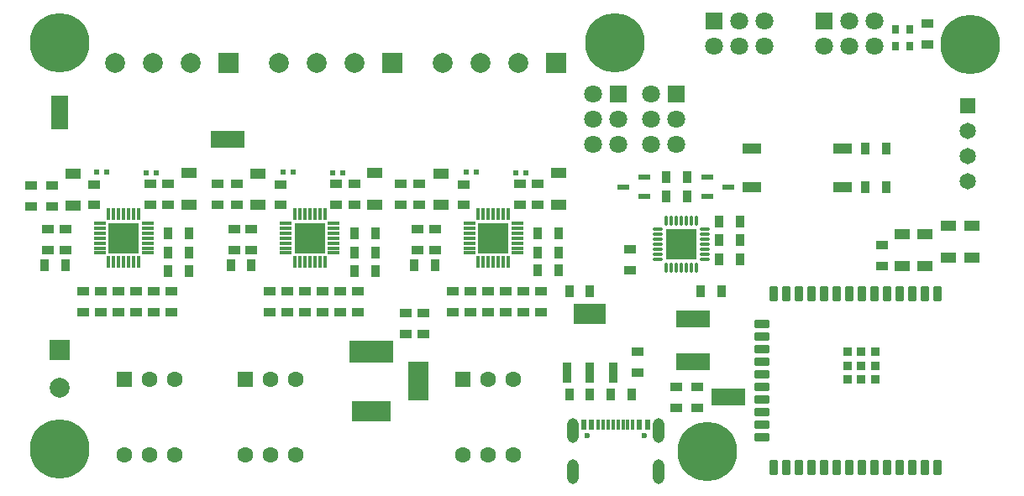
<source format=gbr>
%TF.GenerationSoftware,Altium Limited,Altium Designer,22.11.1 (43)*%
G04 Layer_Color=255*
%FSLAX26Y26*%
%MOIN*%
%TF.SameCoordinates,2A7337FD-AF25-45B1-AC32-E314E96981BF*%
%TF.FilePolarity,Positive*%
%TF.FileFunction,Pads,Top*%
%TF.Part,Single*%
G01*
G75*
%TA.AperFunction,SMDPad,CuDef*%
%ADD10R,0.023622X0.044882*%
%ADD11R,0.011811X0.044882*%
G04:AMPARAMS|DCode=12|XSize=48.425mil|YSize=23.228mil|CornerRadius=5.807mil|HoleSize=0mil|Usage=FLASHONLY|Rotation=180.000|XOffset=0mil|YOffset=0mil|HoleType=Round|Shape=RoundedRectangle|*
%AMROUNDEDRECTD12*
21,1,0.048425,0.011614,0,0,180.0*
21,1,0.036811,0.023228,0,0,180.0*
1,1,0.011614,-0.018406,0.005807*
1,1,0.011614,0.018406,0.005807*
1,1,0.011614,0.018406,-0.005807*
1,1,0.011614,-0.018406,-0.005807*
%
%ADD12ROUNDEDRECTD12*%
%ADD13R,0.035433X0.084646*%
%ADD14R,0.125984X0.084646*%
%ADD15R,0.074803X0.039370*%
G04:AMPARAMS|DCode=16|XSize=35.433mil|YSize=35.433mil|CornerRadius=4.429mil|HoleSize=0mil|Usage=FLASHONLY|Rotation=270.000|XOffset=0mil|YOffset=0mil|HoleType=Round|Shape=RoundedRectangle|*
%AMROUNDEDRECTD16*
21,1,0.035433,0.026575,0,0,270.0*
21,1,0.026575,0.035433,0,0,270.0*
1,1,0.008858,-0.013287,-0.013287*
1,1,0.008858,-0.013287,0.013287*
1,1,0.008858,0.013287,0.013287*
1,1,0.008858,0.013287,-0.013287*
%
%ADD16ROUNDEDRECTD16*%
%TA.AperFunction,ConnectorPad*%
G04:AMPARAMS|DCode=17|XSize=59.055mil|YSize=35.433mil|CornerRadius=4.429mil|HoleSize=0mil|Usage=FLASHONLY|Rotation=270.000|XOffset=0mil|YOffset=0mil|HoleType=Round|Shape=RoundedRectangle|*
%AMROUNDEDRECTD17*
21,1,0.059055,0.026575,0,0,270.0*
21,1,0.050197,0.035433,0,0,270.0*
1,1,0.008858,-0.013287,-0.025099*
1,1,0.008858,-0.013287,0.025099*
1,1,0.008858,0.013287,0.025099*
1,1,0.008858,0.013287,-0.025099*
%
%ADD17ROUNDEDRECTD17*%
G04:AMPARAMS|DCode=18|XSize=35.433mil|YSize=59.055mil|CornerRadius=4.429mil|HoleSize=0mil|Usage=FLASHONLY|Rotation=270.000|XOffset=0mil|YOffset=0mil|HoleType=Round|Shape=RoundedRectangle|*
%AMROUNDEDRECTD18*
21,1,0.035433,0.050197,0,0,270.0*
21,1,0.026575,0.059055,0,0,270.0*
1,1,0.008858,-0.025099,-0.013287*
1,1,0.008858,-0.025099,0.013287*
1,1,0.008858,0.025099,0.013287*
1,1,0.008858,0.025099,-0.013287*
%
%ADD18ROUNDEDRECTD18*%
%TA.AperFunction,SMDPad,CuDef*%
G04:AMPARAMS|DCode=19|XSize=10.236mil|YSize=38.189mil|CornerRadius=2.559mil|HoleSize=0mil|Usage=FLASHONLY|Rotation=0.000|XOffset=0mil|YOffset=0mil|HoleType=Round|Shape=RoundedRectangle|*
%AMROUNDEDRECTD19*
21,1,0.010236,0.033071,0,0,0.0*
21,1,0.005118,0.038189,0,0,0.0*
1,1,0.005118,0.002559,-0.016535*
1,1,0.005118,-0.002559,-0.016535*
1,1,0.005118,-0.002559,0.016535*
1,1,0.005118,0.002559,0.016535*
%
%ADD19ROUNDEDRECTD19*%
G04:AMPARAMS|DCode=20|XSize=10.236mil|YSize=38.189mil|CornerRadius=2.559mil|HoleSize=0mil|Usage=FLASHONLY|Rotation=90.000|XOffset=0mil|YOffset=0mil|HoleType=Round|Shape=RoundedRectangle|*
%AMROUNDEDRECTD20*
21,1,0.010236,0.033071,0,0,90.0*
21,1,0.005118,0.038189,0,0,90.0*
1,1,0.005118,0.016535,0.002559*
1,1,0.005118,0.016535,-0.002559*
1,1,0.005118,-0.016535,-0.002559*
1,1,0.005118,-0.016535,0.002559*
%
%ADD20ROUNDEDRECTD20*%
%ADD21R,0.124016X0.124016*%
%ADD22R,0.135000X0.070000*%
%ADD23R,0.124016X0.124016*%
%ADD24R,0.011811X0.045276*%
%ADD25R,0.045276X0.011811*%
%ADD26R,0.062992X0.039370*%
%ADD27R,0.051181X0.035433*%
%ADD28R,0.025591X0.035433*%
%ADD29R,0.019685X0.023622*%
%ADD30R,0.035433X0.051181*%
%ADD31R,0.070000X0.135000*%
%TA.AperFunction,ComponentPad*%
%ADD36R,0.078740X0.078740*%
%ADD37C,0.078740*%
%ADD38R,0.078740X0.078740*%
%ADD39O,0.047244X0.098425*%
%ADD40C,0.023622*%
%ADD41R,0.064961X0.064961*%
%ADD42C,0.064961*%
%ADD43C,0.236220*%
%ADD44C,0.070866*%
%ADD45R,0.070866X0.070866*%
%ADD46R,0.157480X0.078740*%
%ADD47R,0.173228X0.086614*%
%ADD48R,0.078740X0.157480*%
%ADD49C,0.062992*%
%ADD50R,0.062992X0.062992*%
%ADD51R,0.070866X0.070866*%
D10*
X2488984Y255504D02*
D03*
X2457488D02*
D03*
X2268512D02*
D03*
X2237016D02*
D03*
D11*
X2431898D02*
D03*
X2412213D02*
D03*
X2392528D02*
D03*
X2372843D02*
D03*
X2294102D02*
D03*
X2313787D02*
D03*
X2333472D02*
D03*
X2353157D02*
D03*
D12*
X2476540Y1162594D02*
D03*
Y1237398D02*
D03*
X2393075Y1199996D02*
D03*
X2727075Y1237398D02*
D03*
Y1162594D02*
D03*
X2810540Y1199996D02*
D03*
D13*
X2171552Y463843D02*
D03*
X2262103D02*
D03*
X2352654D02*
D03*
D14*
X2262103Y694158D02*
D03*
D15*
X3263268Y1200000D02*
D03*
X2905000D02*
D03*
X3263268Y1353543D02*
D03*
X2905000D02*
D03*
D16*
X3337882Y490119D02*
D03*
X3282764Y435000D02*
D03*
Y490119D02*
D03*
Y545237D02*
D03*
X3337882Y435000D02*
D03*
Y545237D02*
D03*
X3393001Y435000D02*
D03*
Y490119D02*
D03*
Y545237D02*
D03*
D17*
X3641819Y775552D02*
D03*
X3591819D02*
D03*
X3541819D02*
D03*
X3491819D02*
D03*
X3441819D02*
D03*
X3391819D02*
D03*
X3341819D02*
D03*
X3291819D02*
D03*
X3241819D02*
D03*
X3191819D02*
D03*
X3141819D02*
D03*
X3091819D02*
D03*
X3041819D02*
D03*
X2991819D02*
D03*
Y86575D02*
D03*
X3041819D02*
D03*
X3091819D02*
D03*
X3141819D02*
D03*
X3191819D02*
D03*
X3241819D02*
D03*
X3291819D02*
D03*
X3341819D02*
D03*
X3391819D02*
D03*
X3441819D02*
D03*
X3491819D02*
D03*
X3541819D02*
D03*
X3591819D02*
D03*
X3641819D02*
D03*
D18*
X2942607Y606063D02*
D03*
Y556063D02*
D03*
Y506063D02*
D03*
Y456063D02*
D03*
Y406063D02*
D03*
Y356063D02*
D03*
Y306063D02*
D03*
Y256063D02*
D03*
Y206064D02*
D03*
Y656063D02*
D03*
D19*
X2564312Y878465D02*
D03*
X2583997D02*
D03*
X2603682D02*
D03*
X2623367D02*
D03*
X2643052D02*
D03*
X2662737D02*
D03*
X2682422D02*
D03*
Y1065079D02*
D03*
X2662737D02*
D03*
X2643052D02*
D03*
X2623367D02*
D03*
X2603682D02*
D03*
X2583997D02*
D03*
X2564312D02*
D03*
D20*
X2716674Y912717D02*
D03*
Y932402D02*
D03*
Y952087D02*
D03*
Y971772D02*
D03*
Y991457D02*
D03*
Y1011142D02*
D03*
Y1030827D02*
D03*
X2530060D02*
D03*
Y1011142D02*
D03*
Y991457D02*
D03*
Y971772D02*
D03*
Y952087D02*
D03*
Y932402D02*
D03*
Y912717D02*
D03*
D21*
X2623367Y971772D02*
D03*
D22*
X823969Y1390000D02*
D03*
X2670000Y675000D02*
D03*
Y506063D02*
D03*
X2810000Y365030D02*
D03*
D23*
X1149995Y996660D02*
D03*
X411270D02*
D03*
X1877851D02*
D03*
D24*
X1209050Y1091149D02*
D03*
X1189365D02*
D03*
X1169680D02*
D03*
X1149995D02*
D03*
X1130310D02*
D03*
X1110625D02*
D03*
X1090940D02*
D03*
X1209050Y902172D02*
D03*
X1189365D02*
D03*
X1169680D02*
D03*
X1149995D02*
D03*
X1130310D02*
D03*
X1110625D02*
D03*
X1090940D02*
D03*
X470325Y1091149D02*
D03*
X450640D02*
D03*
X430955D02*
D03*
X411270D02*
D03*
X391585D02*
D03*
X371900D02*
D03*
X352215D02*
D03*
X470325Y902172D02*
D03*
X450640D02*
D03*
X430955D02*
D03*
X411270D02*
D03*
X391585D02*
D03*
X371900D02*
D03*
X352215D02*
D03*
X1936906Y1091149D02*
D03*
X1917221D02*
D03*
X1897536D02*
D03*
X1877851D02*
D03*
X1858166D02*
D03*
X1838481D02*
D03*
X1818796D02*
D03*
X1936906Y902172D02*
D03*
X1917221D02*
D03*
X1897536D02*
D03*
X1877851D02*
D03*
X1858166D02*
D03*
X1838481D02*
D03*
X1818796D02*
D03*
D25*
X1244483Y1055715D02*
D03*
Y1036030D02*
D03*
Y1016345D02*
D03*
Y996660D02*
D03*
Y976975D02*
D03*
Y957290D02*
D03*
Y937605D02*
D03*
X1055506Y1055715D02*
D03*
Y1036030D02*
D03*
Y1016345D02*
D03*
Y996660D02*
D03*
Y976975D02*
D03*
Y957290D02*
D03*
Y937605D02*
D03*
X505758Y1055715D02*
D03*
Y1036030D02*
D03*
Y1016345D02*
D03*
Y996660D02*
D03*
Y976975D02*
D03*
Y957290D02*
D03*
Y937605D02*
D03*
X316782Y1055715D02*
D03*
Y1036030D02*
D03*
Y1016345D02*
D03*
Y996660D02*
D03*
Y976975D02*
D03*
Y957290D02*
D03*
Y937605D02*
D03*
X1972339Y1055715D02*
D03*
Y1036030D02*
D03*
Y1016345D02*
D03*
Y996660D02*
D03*
Y976975D02*
D03*
Y957290D02*
D03*
Y937605D02*
D03*
X1783363Y1055715D02*
D03*
Y1036030D02*
D03*
Y1016345D02*
D03*
Y996660D02*
D03*
Y976975D02*
D03*
Y957290D02*
D03*
Y937605D02*
D03*
D26*
X3591819Y885000D02*
D03*
Y1010984D02*
D03*
X209900Y1127173D02*
D03*
Y1253157D02*
D03*
X669900Y1129660D02*
D03*
Y1255645D02*
D03*
X1669457Y1127629D02*
D03*
Y1253613D02*
D03*
X2136481Y1129660D02*
D03*
Y1255645D02*
D03*
X944426Y1127487D02*
D03*
Y1253471D02*
D03*
X1408625Y1129660D02*
D03*
Y1255645D02*
D03*
X3776999Y920000D02*
D03*
Y1045984D02*
D03*
X3685000Y920000D02*
D03*
Y1045984D02*
D03*
X3499819Y885000D02*
D03*
Y1010984D02*
D03*
D27*
X3600000Y1849678D02*
D03*
Y1767001D02*
D03*
X179900Y1032826D02*
D03*
Y950149D02*
D03*
X251270Y784744D02*
D03*
Y702067D02*
D03*
X587900Y1129660D02*
D03*
Y1212338D02*
D03*
X43001Y1123007D02*
D03*
Y1205684D02*
D03*
X126270Y1206503D02*
D03*
Y1123826D02*
D03*
X516270Y1212338D02*
D03*
Y1129660D02*
D03*
X295270Y1210164D02*
D03*
Y1127487D02*
D03*
X531325Y784744D02*
D03*
Y702067D02*
D03*
X600325Y784744D02*
D03*
Y702067D02*
D03*
X111270Y950149D02*
D03*
Y1032826D02*
D03*
X320585Y784744D02*
D03*
Y702067D02*
D03*
X391585Y784744D02*
D03*
Y702067D02*
D03*
X461955Y784744D02*
D03*
Y702067D02*
D03*
X1646481Y1032826D02*
D03*
Y950149D02*
D03*
X1717851Y784744D02*
D03*
Y702067D02*
D03*
X2054481Y1129660D02*
D03*
Y1212338D02*
D03*
X1509000Y1129660D02*
D03*
Y1212338D02*
D03*
X1584000D02*
D03*
Y1129660D02*
D03*
X1982851Y1212338D02*
D03*
Y1129660D02*
D03*
X1761851Y1210164D02*
D03*
Y1127487D02*
D03*
X1997906Y784744D02*
D03*
Y702067D02*
D03*
X2066906Y784744D02*
D03*
Y702067D02*
D03*
X1577851Y950149D02*
D03*
Y1032826D02*
D03*
X1787166Y784744D02*
D03*
Y702067D02*
D03*
X1858166Y784744D02*
D03*
Y702067D02*
D03*
X1928536Y784744D02*
D03*
Y702067D02*
D03*
X918625Y1032826D02*
D03*
Y950149D02*
D03*
X989995Y784744D02*
D03*
Y702067D02*
D03*
X1326625Y1129660D02*
D03*
Y1212338D02*
D03*
X783969Y1129518D02*
D03*
Y1212195D02*
D03*
X858969D02*
D03*
Y1129518D02*
D03*
X1254995Y1212338D02*
D03*
Y1129660D02*
D03*
X1033995Y1210164D02*
D03*
Y1127487D02*
D03*
X1270050Y784744D02*
D03*
Y702067D02*
D03*
X1339050Y784744D02*
D03*
Y702067D02*
D03*
X849995Y950149D02*
D03*
Y1032826D02*
D03*
X1059310Y784744D02*
D03*
Y702067D02*
D03*
X1130310Y784744D02*
D03*
Y702067D02*
D03*
X1200680Y784744D02*
D03*
Y702067D02*
D03*
X1529000Y699677D02*
D03*
Y617000D02*
D03*
X1600186Y699677D02*
D03*
Y617000D02*
D03*
X3420000Y885000D02*
D03*
Y967677D02*
D03*
X2419102Y952087D02*
D03*
Y869410D02*
D03*
X2449102Y546520D02*
D03*
Y463843D02*
D03*
X2605000Y323000D02*
D03*
Y405678D02*
D03*
X2686999Y323000D02*
D03*
Y405678D02*
D03*
D28*
X3532087Y1760000D02*
D03*
X3475000D02*
D03*
X3532087Y1825000D02*
D03*
X3475000D02*
D03*
D29*
X1279365Y1255645D02*
D03*
X1239995D02*
D03*
X304900Y1259660D02*
D03*
X344270D02*
D03*
X540640Y1255645D02*
D03*
X501270D02*
D03*
X1771481Y1259660D02*
D03*
X1810851D02*
D03*
X2007221Y1255645D02*
D03*
X1967851D02*
D03*
X1043625Y1259660D02*
D03*
X1082995D02*
D03*
D30*
X179900Y888487D02*
D03*
X97223D02*
D03*
X587900Y937487D02*
D03*
X670577D02*
D03*
Y1016345D02*
D03*
X587900D02*
D03*
X1646481Y888487D02*
D03*
X1563804D02*
D03*
X2054481Y937487D02*
D03*
X2137158D02*
D03*
Y1016345D02*
D03*
X2054481D02*
D03*
X918625Y888487D02*
D03*
X835947D02*
D03*
X1326625Y937487D02*
D03*
X1409302D02*
D03*
Y1016345D02*
D03*
X1326625D02*
D03*
X2701926Y784744D02*
D03*
X2784603D02*
D03*
X2774454Y988701D02*
D03*
X2857131D02*
D03*
Y912717D02*
D03*
X2774454D02*
D03*
X2857131Y1062323D02*
D03*
X2774454D02*
D03*
X3355000Y1200000D02*
D03*
X3437677D02*
D03*
Y1353543D02*
D03*
X3355000D02*
D03*
X2645753Y1237398D02*
D03*
X2563075D02*
D03*
Y1162594D02*
D03*
X2645753D02*
D03*
X2426181Y375000D02*
D03*
X2343504D02*
D03*
X2262103D02*
D03*
X2179426D02*
D03*
X2262103Y784744D02*
D03*
X2179426D02*
D03*
X1409302Y866321D02*
D03*
X1326625D02*
D03*
X670577Y866984D02*
D03*
X587900D02*
D03*
X2137099Y868712D02*
D03*
X2054422D02*
D03*
D31*
X157481Y1495000D02*
D03*
D36*
X826772Y1692913D02*
D03*
X2125984D02*
D03*
X1476378D02*
D03*
D37*
X676772D02*
D03*
X526772D02*
D03*
X376772D02*
D03*
X157481Y401370D02*
D03*
X1975984Y1692913D02*
D03*
X1825984D02*
D03*
X1675984D02*
D03*
X1326378D02*
D03*
X1176378D02*
D03*
X1026378D02*
D03*
D38*
X157481Y551370D02*
D03*
D39*
X2192724Y68496D02*
D03*
X2533276D02*
D03*
Y232669D02*
D03*
X2192724D02*
D03*
D40*
X2476780Y213378D02*
D03*
X2249220D02*
D03*
D41*
X3761999Y1523543D02*
D03*
D42*
Y1423543D02*
D03*
Y1323543D02*
D03*
Y1223543D02*
D03*
D43*
X2727001Y150000D02*
D03*
X157481Y157481D02*
D03*
X3770001Y1767001D02*
D03*
X2362205Y1771654D02*
D03*
X157481D02*
D03*
D44*
X2275000Y1370000D02*
D03*
Y1470000D02*
D03*
Y1570000D02*
D03*
X2375000Y1370000D02*
D03*
Y1470000D02*
D03*
X2955000Y1760000D02*
D03*
X2855000D02*
D03*
X2755000D02*
D03*
X2955000Y1860000D02*
D03*
X2855000D02*
D03*
X3390000Y1760000D02*
D03*
X3290000D02*
D03*
X3190000D02*
D03*
X3390000Y1860000D02*
D03*
X3290000D02*
D03*
X2504414Y1370000D02*
D03*
Y1470000D02*
D03*
Y1570000D02*
D03*
X2604414Y1370000D02*
D03*
Y1470000D02*
D03*
D45*
X2375000Y1570000D02*
D03*
X2604414D02*
D03*
D46*
X1395000Y310000D02*
D03*
D47*
Y546221D02*
D03*
D48*
X1580039Y428110D02*
D03*
D49*
X1092286Y137000D02*
D03*
X992286D02*
D03*
X892286D02*
D03*
X1092286Y437000D02*
D03*
X992286D02*
D03*
X614000Y137000D02*
D03*
X514000D02*
D03*
X414000D02*
D03*
X614000Y437000D02*
D03*
X514000D02*
D03*
X1958166Y137000D02*
D03*
X1858166D02*
D03*
X1758166D02*
D03*
X1958166Y437000D02*
D03*
X1858166D02*
D03*
D50*
X892286D02*
D03*
X414000D02*
D03*
X1758166D02*
D03*
D51*
X2755000Y1860000D02*
D03*
X3190000D02*
D03*
%TF.MD5,2037e26785f6cb4303390c6dd5358cf0*%
M02*

</source>
